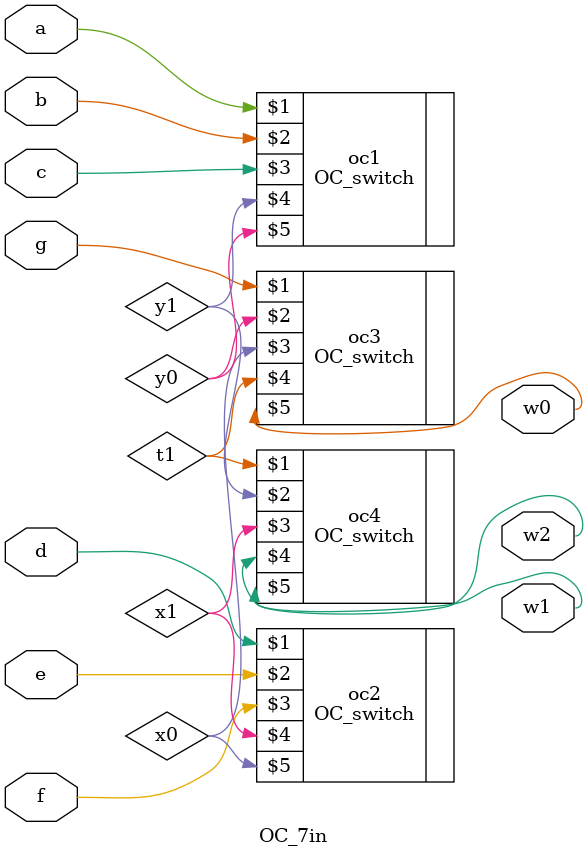
<source format=v>
`timescale 1ns/1ns
module OC_7in (input a, b, c, d, e, f, g, output w2, w1, w0);
	wire y1, y0, x1, x0, t1;
	OC_switch oc1(a, b, c, y1, y0);
	OC_switch oc2(d, e, f, x1, x0);
	OC_switch oc3(g, y0, x0, t1, w0);
	OC_switch oc4(t1, y1, x1, w2, w1);
endmodule
</source>
